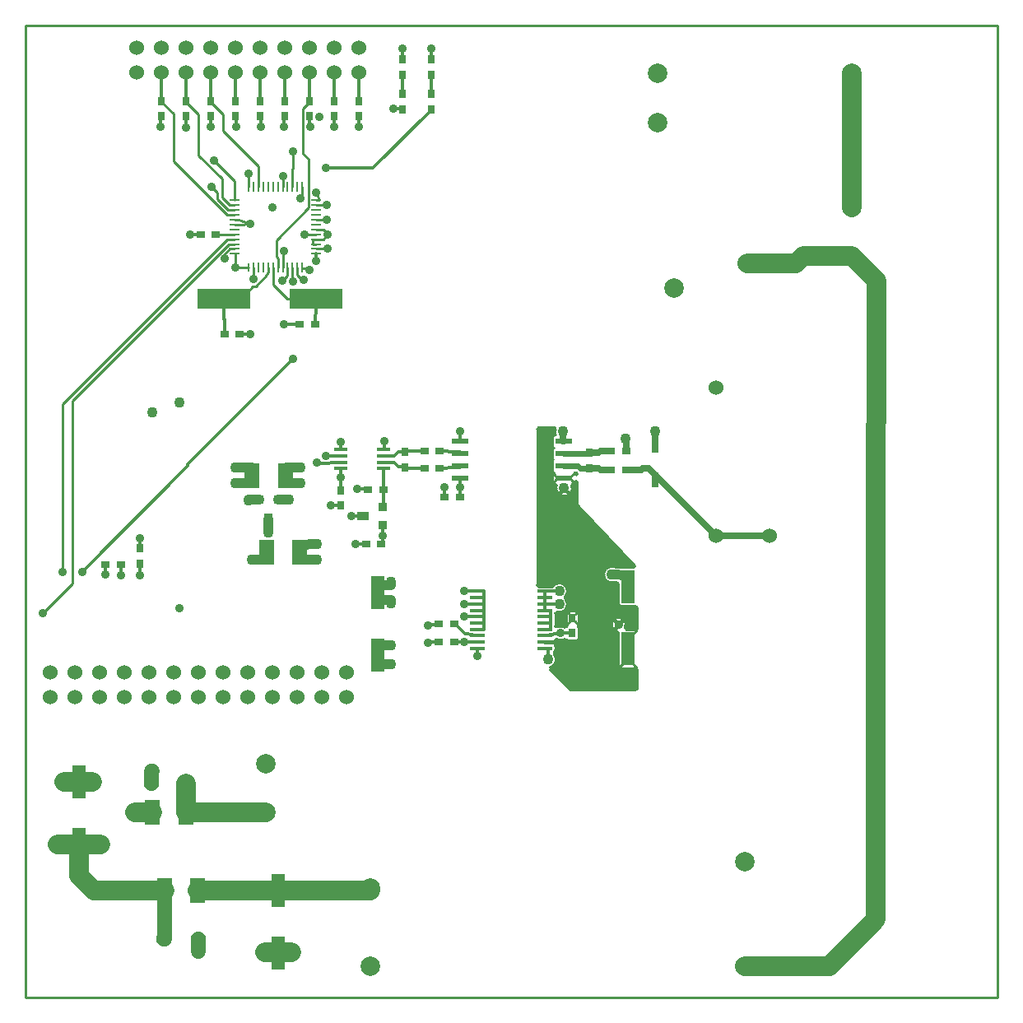
<source format=gtl>
*
*
G04 PADS 9.5 Build Number: 522968 generated Gerber (RS-274-X) file*
G04 PC Version=2.1*
*
%IN "opqbox2.pcb"*%
*
%MOIN*%
*
%FSLAX35Y35*%
*
*
*
*
G04 PC Standard Apertures*
*
*
G04 Thermal Relief Aperture macro.*
%AMTER*
1,1,$1,0,0*
1,0,$1-$2,0,0*
21,0,$3,$4,0,0,45*
21,0,$3,$4,0,0,135*
%
*
*
G04 Annular Aperture macro.*
%AMANN*
1,1,$1,0,0*
1,0,$2,0,0*
%
*
*
G04 Odd Aperture macro.*
%AMODD*
1,1,$1,0,0*
1,0,$1-0.005,0,0*
%
*
*
G04 PC Custom Aperture Macros*
*
*
*
*
*
*
G04 PC Aperture Table*
*
%ADD010C,0.001*%
%ADD013C,0.01*%
%ADD028C,0.06*%
%ADD033C,0.03937*%
%ADD041C,0.02362*%
%ADD047C,0.012*%
%ADD050C,0.04331*%
%ADD073R,0.038X0.03*%
%ADD081R,0.036X0.036*%
%ADD082R,0.036X0.05*%
%ADD086R,0.06X0.1*%
%ADD103C,0.015*%
%ADD105C,0.07874*%
%ADD135R,0.03X0.038*%
%ADD137R,0.063X0.0275*%
%ADD139R,0.03937X0.00984*%
%ADD140R,0.00984X0.03937*%
%ADD141R,0.05X0.036*%
%ADD142R,0.0275X0.063*%
%ADD143R,0.05709X0.01772*%
%ADD146R,0.06299X0.01772*%
%ADD147R,0.07087X0.02362*%
%ADD148R,0.05512X0.13386*%
%ADD150C,0.05906*%
%ADD151C,0.03543*%
%ADD172R,0.21654X0.07874*%
%ADD173O,0.00984X0.03937*%
%ADD174C,0.00984*%
%ADD175C,0.01772*%
%ADD176C,0.02756*%
*
*
*
*
G04 PC Circuitry*
G04 Layer Name opqbox2.pcb - circuitry*
%LPD*%
*
*
G04 PC Custom Flashes*
G04 Layer Name opqbox2.pcb - flashes*
%LPD*%
*
*
G04 PC Circuitry*
G04 Layer Name opqbox2.pcb - circuitry*
%LPD*%
*
G54D10*
G54D13*
G01X347531Y249389D02*
Y258091D01*
G75*
G03X346913Y258577I-500J-0D01*
G01X346654Y258546D02*
G03X346913Y258577I-0J1100D01*
G01X346654Y258546D02*
X341142D01*
X340042Y259646D02*
G03X341142Y258546I1100J-0D01*
G01X340042Y259646D02*
Y267615D01*
G03X339559Y268115I-500J0*
G01X338497Y268152*
G03X338336Y268131I-18J-500*
G01X338550Y274317D02*
G03X338336Y268131I-1148J-3057D01*
G01X338550Y274317D02*
G03X338708Y274285I175J468D01*
G01X343155Y274132*
G03X343172I17J500*
G01X346263*
G03X346627Y274974I-0J500*
G01X323417Y299605*
Y308794*
G03X322430Y308906I-500J-0*
G01X321559Y308072D02*
G03X322430Y308906I-201J1082D01*
G01X321559Y308072D02*
G03X321181Y307410I92J-491D01*
G01X315031Y307387D02*
G03X321181Y307410I3079J-1088D01*
G01X315031Y307387D02*
G03X314560Y308054I-471J167D01*
G01X314272*
X313172Y309154D02*
G03X314272Y308054I1100J-0D01*
G01X313172Y309154D02*
Y311516D01*
X313649Y312422D02*
G03X313172Y311516I623J-906D01*
G01X313649Y312422D02*
G03Y313247I-283J413D01*
G01X313172Y314154D02*
G03X313649Y313247I1100J-0D01*
G01X313172Y314154D02*
Y316516D01*
X313649Y317422D02*
G03X313172Y316516I623J-906D01*
G01X313649Y317422D02*
G03Y318247I-283J413D01*
G01X313172Y319154D02*
G03X313649Y318247I1100J-0D01*
G01X313172Y319154D02*
Y321516D01*
X313649Y322422D02*
G03X313172Y321516I623J-906D01*
G01X313649Y322422D02*
G03Y323247I-283J413D01*
G01X313172Y324154D02*
G03X313649Y323247I1100J-0D01*
G01X313172Y324154D02*
Y326516D01*
X314150Y327609D02*
G03X313172Y326516I122J-1093D01*
G01X314150Y327609D02*
G03X314575Y328242I-56J497D01*
G01X314611Y330144D02*
G03X314575Y328242I3106J-1010D01*
G01X314611Y330144D02*
G03X314136Y330799I-475J155D01*
G01X307693*
G03X307193Y330299I-0J-500*
G01Y266954*
G03X307693Y266454I500J0*
G01X313230*
G03X313617Y266637I-0J500*
G01X318472Y262279D02*
G03X313617Y266637I-2330J2288D01*
G01X318472Y262279D02*
G03Y261579I357J-350D01*
G01X318678Y257235D02*
G03X318472Y261579I-2536J2056D01*
G01X318678Y257235D02*
G03X318567Y256938I389J-315D01*
X318274Y256818I34J-498*
G01X315139Y256184D02*
G03X318274Y256818I1003J3107D01*
G01X315139Y256184D02*
G03X314486Y255708I-153J-476D01*
G01Y255118*
Y254232*
Y253346*
Y252559*
Y251673*
Y250787*
Y250340*
G03X315251Y249916I500J0*
G01X318358Y249874D02*
G03X315251Y249916I-1586J-2394D01*
G01X318358Y249874D02*
G03X319047Y250010I276J417D01*
G01X319229Y250216D02*
G03X319047Y250010I728J-825D01*
G01X319229Y250216D02*
G03Y250966I-331J375D01*
G01X318857Y251791D02*
G03X319229Y250966I1100J-0D01*
G01X318857Y251791D02*
Y255591D01*
X319024Y256174D02*
G03X318857Y255591I933J-583D01*
G01X319024Y256174D02*
G03X319100Y256421I-423J266D01*
X319345Y256505I-33J499*
G01X319957Y256691D02*
G03X319345Y256505I-0J-1100D01*
G01X319957Y256691D02*
X322957D01*
X324057Y255591D02*
G03X322957Y256691I-1100J-0D01*
G01X324057Y255591D02*
Y251791D01*
X323684Y250966D02*
G03X324057Y251791I-727J825D01*
G01X323684Y250966D02*
G03Y250216I331J-375D01*
G01X324057Y249391D02*
G03X323684Y250216I-1100J-0D01*
G01X324057Y249391D02*
Y245591D01*
X322957Y244491D02*
G03X324057Y245591I-0J1100D01*
G01X322957Y244491D02*
X319957D01*
X319054Y244962D02*
G03X319957Y244491I903J629D01*
G01X319054Y244962D02*
G03X318366Y245092I-410J-286D01*
G01X315251Y245045D02*
G03X318366Y245092I1521J2435D01*
G01X315251Y245045D02*
G03X314486Y244620I-265J-425D01*
G01Y243110*
X314452Y242840D02*
G03X314486Y243110I-1066J270D01*
G01X314452Y242840D02*
G03Y242594I485J-123D01*
G01X314486Y242323D02*
G03X314452Y242594I-1100J-0D01*
G01X314486Y242323D02*
Y240551D01*
X314094Y239709D02*
G03X314486Y240551I-708J842D01*
G01X314094Y239709D02*
G03X314044Y238993I322J-382D01*
G01X312554Y233684D02*
G03X314044Y238993I-940J3127D01*
G01X312554Y233684D02*
G03X312344Y232851I144J-479D01*
G01X320533Y224662*
G03X320887Y224516I354J354*
G01X347031*
G03X347531Y225016I0J500*
G01Y232894*
G03X346913Y233380I-500J0*
G01X346654Y233349D02*
G03X346913Y233380I-0J1100D01*
G01X346654Y233349D02*
X341142D01*
X340042Y234449D02*
G03X341142Y233349I1100J-0D01*
G01X340042Y234449D02*
Y247716D01*
G03X339639Y248207I-500J0*
G01X342730Y249670D02*
G03X339639Y248207I-2533J1354D01*
G01X342730Y249670D02*
G03X343171Y248935I441J-235D01*
G01X346654*
X346913Y248904D02*
G03X346654Y248935I-259J-1069D01*
G01X346913Y248904D02*
G03X347531Y249389I118J485D01*
G01X323417Y311875D02*
Y312175D01*
G03X323213Y312579I-500J0*
G01X323073Y312690D02*
G03X323213Y312579I1487J1730D01*
G01X323073Y312690D02*
G03X322313Y312062I-326J-379D01*
G01X322430Y311763D02*
G03X322313Y312062I-1072J-247D01*
G01X322430Y311763D02*
G03X323417Y311875I487J112D01*
G01X319054Y257814D02*
X347531D01*
X318444Y256914D02*
X347531D01*
X323972Y256014D02*
X347531D01*
X324057Y255114D02*
X347531D01*
X324057Y254214D02*
X347531D01*
X341929Y253314D02*
X347531D01*
X342709Y252414D02*
X347531D01*
X343026Y251514D02*
X347531D01*
X343039Y250614D02*
X347531D01*
X342753Y249714D02*
X347531D01*
X312581Y232614D02*
X347531D01*
X313481Y231714D02*
X347531D01*
X314381Y230814D02*
X347531D01*
X315281Y229914D02*
X347531D01*
X316181Y229014D02*
X347531D01*
X317081Y228114D02*
X347531D01*
X317981Y227214D02*
X347531D01*
X318881Y226314D02*
X347531D01*
X319781Y225414D02*
X347531D01*
X307193Y274914D02*
X346675D01*
X307193Y275814D02*
X345835D01*
X307193Y276714D02*
X344987D01*
X307193Y277614D02*
X344139D01*
X307193Y278514D02*
X343291D01*
X307193Y279414D02*
X342443D01*
X307193Y280314D02*
X341595D01*
X307193Y281214D02*
X340747D01*
X312305Y233514D02*
X340561D01*
X319356Y258714D02*
X340556D01*
X313832Y234414D02*
X340042D01*
X319391Y259614D02*
X340042D01*
X318511Y266814D02*
X340042D01*
X319116Y265914D02*
X340042D01*
X319376Y265014D02*
X340042D01*
X319376Y264114D02*
X340042D01*
X319114Y263214D02*
X340042D01*
X318506Y262314D02*
X340042D01*
X318623Y261414D02*
X340042D01*
X319169Y260514D02*
X340042D01*
X324057Y247014D02*
X340042D01*
X324057Y246114D02*
X340042D01*
X323990Y245214D02*
X340042D01*
X314486Y244314D02*
X340042D01*
X314486Y243414D02*
X340042D01*
X314469Y242514D02*
X340042D01*
X314486Y241614D02*
X340042D01*
X314486Y240714D02*
X340042D01*
X314203Y239814D02*
X340042D01*
X314112Y238914D02*
X340042D01*
X314650Y238014D02*
X340042D01*
X314865Y237114D02*
X340042D01*
X314825Y236214D02*
X340042D01*
X314516Y235314D02*
X340042D01*
X317011Y267714D02*
X340032D01*
X324057Y247914D02*
X340001D01*
X307193Y282114D02*
X339899D01*
X307193Y283014D02*
X339050D01*
X324057Y253314D02*
X338465D01*
X324057Y248814D02*
X338362D01*
X307193Y283914D02*
X338202D01*
X324057Y252414D02*
X337684D01*
X324008Y249714D02*
X337641D01*
X324021Y251514D02*
X337367D01*
X323516Y250614D02*
X337354D01*
X307193Y284814D02*
X337354D01*
X307193Y285714D02*
X336506D01*
X307193Y286614D02*
X335658D01*
X307193Y274014D02*
X335648D01*
X307193Y268614D02*
X335487D01*
X307193Y287514D02*
X334810D01*
X307193Y273114D02*
X334714D01*
X307193Y269514D02*
X334642D01*
X307193Y272214D02*
X334279D01*
X307193Y270414D02*
X334248D01*
X307193Y271314D02*
X334137D01*
X307193Y288414D02*
X333962D01*
X307193Y289314D02*
X333114D01*
X307193Y290214D02*
X332266D01*
X307193Y291114D02*
X331418D01*
X307193Y292014D02*
X330570D01*
X307193Y292914D02*
X329722D01*
X307193Y293814D02*
X328874D01*
X307193Y294714D02*
X328025D01*
X307193Y295614D02*
X327177D01*
X307193Y296514D02*
X326329D01*
X307193Y297414D02*
X325481D01*
X307193Y298314D02*
X324633D01*
X307193Y299214D02*
X323785D01*
X321931Y308214D02*
X323417D01*
X321214Y307314D02*
X323417D01*
X321374Y306414D02*
X323417D01*
X321280Y305514D02*
X323417D01*
X320907Y304614D02*
X323417D01*
X320106Y303714D02*
X323417D01*
X307193Y302814D02*
X323417D01*
X307193Y301914D02*
X323417D01*
X307193Y301014D02*
X323417D01*
X307193Y300114D02*
X323417D01*
X322534Y309114D02*
X323301D01*
X314486Y250614D02*
X319398D01*
X314591Y256014D02*
X318942D01*
X314486Y251514D02*
X318892D01*
X314486Y255114D02*
X318857D01*
X314486Y254214D02*
X318857D01*
X314486Y253314D02*
X318857D01*
X314486Y252414D02*
X318857D01*
X307193Y303714D02*
X316115D01*
X307193Y304614D02*
X315313D01*
X307193Y267714D02*
X315272D01*
X307193Y307314D02*
X315007D01*
X307193Y305514D02*
X314941D01*
X307193Y306414D02*
X314847D01*
X307193Y328014D02*
X314586D01*
X307193Y329814D02*
X314523D01*
X307193Y328914D02*
X314459D01*
X307414Y330714D02*
X314415D01*
X307193Y312714D02*
X313851D01*
X307193Y322614D02*
X313815D01*
X307193Y318114D02*
X313780D01*
X307213Y266814D02*
X313773D01*
X307193Y308214D02*
X313699D01*
X307193Y317214D02*
X313422D01*
X307193Y323514D02*
X313376D01*
X307193Y327114D02*
X313349D01*
X307193Y313614D02*
X313313D01*
X307193Y311814D02*
X313213D01*
X307193Y321714D02*
X313190D01*
X307193Y319014D02*
X313180D01*
X307193Y309114D02*
X313172D01*
X307193Y326214D02*
X313172D01*
X307193Y325314D02*
X313172D01*
X307193Y324414D02*
X313172D01*
X307193Y320814D02*
X313172D01*
X307193Y319914D02*
X313172D01*
X307193Y316314D02*
X313172D01*
X307193Y315414D02*
X313172D01*
X307193Y314514D02*
X313172D01*
X307193Y310914D02*
X313172D01*
X307193Y310014D02*
X313172D01*
X322248Y312274D02*
X323407D01*
X313494Y308376D02*
X314618Y309499D01*
X313494Y312294D02*
X314618Y311170D01*
X322136Y308376D02*
X321012Y309499D01*
X322136Y312294D02*
X321012Y311170D01*
X319179Y256368D02*
X320396Y255151D01*
X323735Y256368D02*
X322517Y255151D01*
X323735Y251013D02*
X322517Y252230D01*
X319179Y251013D02*
X320396Y252230D01*
X347431Y248612D02*
X345846Y247027D01*
X347431Y233671D02*
X345846Y235256D01*
X340364Y233671D02*
X341949Y235256D01*
X100000Y100000D02*
Y493701D01*
X493701*
Y100000*
X100000*
G54D28*
X229921Y231614D03*
Y221614D03*
X219921Y231614D03*
Y221614D03*
X209921Y231614D03*
Y221614D03*
X199921Y231614D03*
Y221614D03*
X189921Y231614D03*
Y221614D03*
X179921Y231614D03*
Y221614D03*
X169921Y231614D03*
Y221614D03*
X159921Y231614D03*
Y221614D03*
X149921Y231614D03*
Y221614D03*
X139921Y231614D03*
Y221614D03*
X129921Y231614D03*
Y221614D03*
X119921Y231614D03*
Y221614D03*
X109921Y231614D03*
Y221614D03*
X145000Y474606D03*
Y484606D03*
X155000Y474606D03*
Y484606D03*
X165000Y474606D03*
Y484606D03*
X175000Y474606D03*
Y484606D03*
X185000Y474606D03*
Y484606D03*
X195000Y474606D03*
Y484606D03*
X205000Y474606D03*
Y484606D03*
X215000Y474606D03*
Y484606D03*
X225000Y474606D03*
Y484606D03*
X235000Y474606D03*
Y484606D03*
X401181Y287008D03*
X444341Y328687D03*
X379528Y347047D03*
Y287047D03*
G54D33*
X198425Y288189D02*
Y293538D01*
X191732Y277165D02*
X197581Y277309D01*
Y280315*
X211081D02*
Y277304D01*
X218110Y277165*
X211081Y280315D02*
Y283326D01*
X218110Y283465*
X242717Y263976D02*
Y260938D01*
X248110*
Y259488*
X242717Y263976D02*
Y266908D01*
X248071*
Y268307*
X242717Y238780D02*
Y234843D01*
X248071*
X242717Y238780D02*
Y242598D01*
X248071*
X337402Y271260D02*
X343898Y271036D01*
Y266339*
X205512Y314567D02*
X211417D01*
X205118Y308268D02*
X211417D01*
X185039D02*
X191732D01*
X185039Y314567D02*
X191675Y314510D01*
X190157Y301181D02*
Y301538D01*
X194675*
X202175D02*
X206693D01*
Y301575*
G54D41*
X317815Y320335D02*
X328346D01*
Y320620*
X317815Y315335D02*
X323645D01*
X324560Y314420*
X328346*
G54D47*
X122835Y272441D02*
X165551Y315157D01*
Y315945*
X208268Y358661*
X132323Y271220D02*
Y275197D01*
X132333*
X138533D02*
X138583D01*
Y270866*
X146457D02*
Y275640D01*
X146417Y285945D02*
Y281840D01*
X146457*
X244488Y287008D02*
Y291132D01*
X244648*
X262992Y250787D02*
Y251050D01*
X267372*
Y251181*
X277559Y244094D02*
Y243996D01*
X283071*
Y238346D02*
Y241437D01*
X233465Y283465D02*
X237845D01*
X231890Y294882D02*
X236648D01*
X277559Y254331D02*
Y254232D01*
X283071*
X277559Y259449D02*
Y259350D01*
X283071*
X277559Y264567D02*
Y264469D01*
X283071*
X262992Y243701D02*
Y243963D01*
X267372*
Y244094*
X223622Y299213D02*
X227559D01*
Y299262*
X283071Y249114D02*
X285620D01*
Y251673*
X283071*
X285620*
Y254232*
X283071*
X285620*
Y256791*
X283071*
X285620*
Y259350*
X283071*
X285620*
Y261909*
X283071*
X285620*
Y264469*
X283071*
X273572Y244094D02*
X277559D01*
X273572Y251181D02*
X273972D01*
X277998Y247155*
X278701*
X282176Y246555*
X283071*
X244648Y298632D02*
X244832D01*
Y305709*
X244045Y283465D02*
X244488D01*
Y287008*
X316772Y247480D02*
X321457D01*
Y247491*
X310236Y264469D02*
X316142D01*
Y264567*
X310236Y261909D02*
Y264469D01*
Y259350D02*
X316142D01*
Y259291*
X310236Y259350D02*
Y261909D01*
X312786Y256791D02*
X310236D01*
Y259350*
X312786Y254232D02*
X310236D01*
X312786*
Y256791*
Y251673D02*
X310236D01*
X312786*
Y254232*
X310236Y249114D02*
X312786D01*
Y251673*
X310236Y246555D02*
X311004D01*
X316772Y247480*
X310236Y241437D02*
X311614D01*
Y236811*
X205118Y308268D02*
Y311417D01*
X205175*
X218110Y316693D02*
Y316260D01*
X223072*
X223505Y316693*
X227559*
X204764Y372677D02*
X211073D01*
Y372638*
X205175Y311417D02*
X205512D01*
Y314567*
X205175Y311417D02*
Y314567D01*
X211417*
X191675Y314510D02*
Y311417D01*
X191732*
Y308268*
X186761Y368701D02*
X191063D01*
Y368740*
X217273Y372638D02*
Y376414D01*
X217717Y376857*
Y383071*
X227559Y310630D02*
Y314134D01*
X221772Y319252D02*
X227559D01*
X234252Y305906D02*
X238632D01*
Y305709*
X269685Y306693D02*
Y302756D01*
X269735*
X227559Y321811D02*
Y325079D01*
X245079Y321811D02*
X245276D01*
Y325197*
X245079Y319252D02*
X249134D01*
X250817Y320935*
X253543*
X245079Y316693D02*
X249133D01*
X250843Y314983*
X253543*
Y314735*
X244832Y305709D02*
Y310105D01*
X245079Y310352*
Y314134*
X253543Y314735D02*
Y314291D01*
X261467*
X253543Y320935D02*
Y321181D01*
X261467*
X267667Y314291D02*
Y314378D01*
X270767*
X271143Y314754*
X275886*
Y315335*
X267667Y321181D02*
X270877D01*
X271143Y320916*
X275886*
Y320335*
Y310335D02*
X275984D01*
Y306693*
X275886Y325335D02*
X275984D01*
Y329134*
X227559Y305462D02*
Y310630D01*
X275935Y302756D02*
X275984D01*
Y306693*
X215000Y456900D02*
X214961D01*
Y452756*
X215315Y452598*
X211417Y423701D02*
X211654D01*
Y423740*
X212008*
X154724Y452756D02*
Y456900D01*
X155000*
X164961Y452362D02*
Y456900D01*
X165000*
X174803Y452756D02*
Y456900D01*
X175000*
X204724Y452756D02*
Y456900D01*
X205000*
X166535Y409055D02*
X170916D01*
X195000Y456900D02*
X195276D01*
Y452756*
X185000Y456900D02*
X185144D01*
Y452756*
X185433*
X217618Y401181D02*
X217638D01*
Y398307*
X180315Y383071D02*
Y374791D01*
X180561Y374544*
Y368701*
X221654Y435827D02*
X240705D01*
X264173Y459295*
Y459695*
X224803Y452756D02*
Y456900D01*
X225000*
X248819Y459843D02*
X252756D01*
Y459695*
X235000Y456900D02*
X235039D01*
Y452756*
X165000Y463100D02*
Y474606D01*
X175000Y463100D02*
Y474606D01*
X195000Y463100D02*
Y474606D01*
X205000Y463100D02*
Y474606D01*
X215000Y463100D02*
Y474606D01*
X185000Y463100D02*
Y474606D01*
X155000Y463100D02*
Y474606D01*
X252756Y465895D02*
Y473672D01*
Y479872D02*
Y484252D01*
X264173Y465895D02*
Y473672D01*
Y479872D02*
Y484252D01*
X235000Y463100D02*
Y474606D01*
X225000Y463100D02*
Y474606D01*
G54D50*
X207717Y118150D03*
X196969Y118228D03*
X169882Y118701D03*
X127008Y187323D03*
X115787Y187362D03*
X151181Y191535D03*
X144291Y174803D03*
X198425Y288189D03*
X191732Y277165D03*
X218110D03*
Y283465D03*
X248071Y242598D03*
Y234843D03*
X248110Y259488D03*
X248071Y268307D03*
X316142Y259291D03*
X311614Y236811D03*
X316142Y264567D03*
X337402Y271260D03*
X162323Y341024D03*
X185039Y308268D03*
Y314567D03*
X190157Y301181D03*
X151457Y336929D03*
X211417Y314567D03*
Y308268D03*
X206693Y301575D03*
X318110Y306299D03*
X317717Y329134D03*
X343110Y326378D03*
X354921Y329331D03*
G54D73*
X343257Y313583D03*
X337057D03*
X211073Y372638D03*
X217273D03*
X186761Y368701D03*
X180561D03*
X237845Y283465D03*
X244045D03*
X269735Y302756D03*
X275935D03*
X273572Y251181D03*
X267372D03*
X273572Y244094D03*
X267372D03*
X170916Y409055D03*
X177116D03*
X132333Y275197D03*
X138533D03*
X343257Y321457D03*
X337057D03*
X267667Y321181D03*
X261467D03*
X267667Y314291D03*
X261467D03*
X238632Y305709D03*
X244832D03*
G54D81*
X202175Y301538D03*
X194675D03*
X244648Y291132D03*
Y298632D03*
G54D82*
X198425Y293538D03*
G54D86*
X191675Y311417D03*
X205175D03*
X197581Y280315D03*
X211081D03*
X169742Y143307D03*
X156242D03*
X151321Y174803D03*
X164821D03*
G54D103*
X342227Y253054D02*
X341450Y252276D01*
X338166Y253054D02*
X338944Y252276D01*
X338166Y248993D02*
X338944Y249771D01*
X315801Y303990D02*
X316579Y304768D01*
X320419Y303990D02*
X319641Y304768D01*
G54D105*
X434646Y454331D03*
Y474331D03*
X362795Y387402D03*
X392323Y397244D03*
X355906Y454331D03*
Y474331D03*
X434646Y419882D03*
Y400197D03*
X391339Y112795D03*
Y155118D03*
X239764Y144291D03*
Y112795D03*
X197441Y174803D03*
Y194488D03*
X196969Y118228D02*
X202362D01*
Y118110*
Y118150*
X207717*
X391339Y112795D02*
X425509D01*
X444210Y131496*
Y321152*
X444341Y328687*
X113031Y161969D02*
X121654D01*
Y162008*
X115787Y187362D02*
X121654D01*
Y187205*
Y187323*
X127008*
X121654Y162008D02*
Y161969D01*
X130354*
X121654Y162008D02*
Y149213D01*
X127559Y143307*
X156242*
X144291Y174803D02*
X151321D01*
X164821D02*
X165021D01*
Y186614*
X164821Y174803D02*
X197441D01*
X169742Y143307D02*
X202362D01*
X239764*
Y144291*
X444341Y328687D02*
X444473Y336223D01*
X434646Y400197D02*
X444473Y390369D01*
Y336223*
X434646Y419882D02*
Y454331D01*
X392323Y397244D02*
X412008D01*
X414961Y400197*
X434646*
Y454331D02*
Y474331D01*
G54D135*
X321457Y247491D03*
Y253691D03*
X227559Y299262D03*
Y305462D03*
X155000Y463100D03*
Y456900D03*
X225000D03*
Y463100D03*
X185000D03*
Y456900D03*
X235000D03*
Y463100D03*
X215000D03*
Y456900D03*
X205000Y463100D03*
Y456900D03*
X195000D03*
Y463100D03*
X175000D03*
Y456900D03*
X165000Y463100D03*
Y456900D03*
X146457Y275640D03*
Y281840D03*
X328346Y320620D03*
Y314420D03*
X264173Y473672D03*
Y479872D03*
Y465895D03*
Y459695D03*
X253543Y320935D03*
Y314735D03*
X252756Y473672D03*
Y479872D03*
Y465895D03*
Y459695D03*
G54D137*
X156042Y123622D03*
X169942D03*
X151121Y186614D03*
X165021D03*
G54D139*
X217618Y401181D03*
Y403150D03*
Y405118D03*
Y407087D03*
Y409055D03*
Y411024D03*
Y412992D03*
Y414961D03*
Y416929D03*
Y418898D03*
Y420866D03*
Y422835D03*
X184744D03*
Y420866D03*
Y418898D03*
Y416929D03*
Y414961D03*
Y412992D03*
Y411024D03*
Y409055D03*
Y407087D03*
Y405118D03*
Y403150D03*
Y401181D03*
G54D140*
X192323Y395571D03*
X194291D03*
X196260D03*
X198228D03*
X200197D03*
X202165D03*
X204134D03*
X206102D03*
X208071D03*
X210039D03*
X212008D03*
Y428445D03*
X210039D03*
X208071D03*
X206102D03*
X204134D03*
X202165D03*
X200197D03*
X198228D03*
X196260D03*
X194291D03*
X192323D03*
X190354D03*
G54D141*
X236648Y294882D03*
G54D142*
X354921Y309704D03*
Y323604D03*
G54D143*
X245079Y314134D03*
Y316693D03*
Y319252D03*
Y321811D03*
X227559D03*
Y319252D03*
Y316693D03*
Y314134D03*
G54D146*
X283071Y264469D03*
Y261909D03*
Y259350D03*
Y256791D03*
Y254232D03*
Y251673D03*
Y249114D03*
Y246555D03*
Y243996D03*
Y241437D03*
X310236D03*
Y243996D03*
Y246555D03*
Y249114D03*
Y251673D03*
Y254232D03*
Y256791D03*
Y259350D03*
Y261909D03*
Y264469D03*
G54D147*
X317815Y310335D03*
Y315335D03*
Y320335D03*
Y325335D03*
X275886D03*
Y320335D03*
Y315335D03*
Y310335D03*
G54D148*
X121654Y162008D03*
Y187205D03*
X343898Y241142D03*
Y266339D03*
X242717Y238780D03*
Y263976D03*
X202362Y143307D03*
Y118110D03*
G54D150*
X169882Y118701D02*
X169942D01*
Y123622*
X156042D02*
X156203D01*
Y143307*
X156242*
X151121Y186614D02*
Y191535D01*
X151181*
G54D151*
X130354Y161969D03*
X113031D03*
X138583Y270866D03*
X114961Y272441D03*
X106890Y255512D03*
X122835Y272441D03*
X132323Y271220D03*
X146457Y270866D03*
X146417Y285945D03*
X162205Y257638D03*
X244488Y287008D03*
X262992Y250787D03*
X277559Y244094D03*
X283071Y238346D03*
X233465Y283465D03*
X231890Y294882D03*
X277559Y254331D03*
Y259449D03*
Y264567D03*
X262992Y243701D03*
X223622Y299213D03*
X340197Y251024D03*
X316772Y247480D03*
X218110Y316693D03*
X208268Y358661D03*
X204764Y372677D03*
X191063Y368740D03*
X275984Y306693D03*
X227559Y310630D03*
Y325079D03*
X221772Y319252D03*
X234252Y305906D03*
X245276Y325197D03*
X275984Y329134D03*
X269685Y306693D03*
X175197Y428346D03*
X176378Y438976D03*
X203976Y390197D03*
X217638Y426063D03*
X184803Y395591D03*
X213031Y408976D03*
X211417Y423701D03*
X154724Y452756D03*
X164961Y452362D03*
X174803Y452756D03*
X185433D03*
X204724D03*
X218937Y456772D03*
X192323Y391063D03*
X190315Y433661D03*
X215079Y394764D03*
X212598Y390551D03*
X208150Y390039D03*
X208268Y442520D03*
X200000Y419843D03*
X217638Y398307D03*
X180669Y399173D03*
X204213Y432795D03*
X191063Y413425D03*
X204606Y402165D03*
X195276Y452756D03*
X215315Y452598D03*
X166535Y409055D03*
X221654Y435827D03*
X222441Y403150D03*
X222402Y408858D03*
X222087Y415000D03*
Y420906D03*
X224803Y452756D03*
X235039D03*
X248819Y459843D03*
X264173Y484252D03*
X252756D03*
G54D172*
X217717Y383071D03*
X180315D03*
G54D173*
X190354Y395571D03*
G54D174*
X114961Y272441D02*
Y340364D01*
X181683Y407087*
X184744*
X106890Y255512D02*
X118898Y267520D01*
Y341580*
X182436Y405118*
X184744*
X212008Y423740D02*
Y428445D01*
X201467Y403327D02*
Y406762D01*
X214528Y419823*
Y425308*
X201467Y403327D02*
Y400108D01*
X202165Y399409*
Y395571*
X212283Y453773D02*
Y441779D01*
X214528Y439535*
Y425308*
X212283Y453773D02*
Y459983D01*
X215000Y462700*
Y463100*
X217618Y407087D02*
X216142D01*
Y405118*
X217618*
X175197Y428346D02*
X177728Y425816D01*
Y423148*
X181978Y418898*
X184744*
X176378Y438976D02*
X184744Y430610D01*
Y422835*
X203976Y390197D02*
X206102Y392323D01*
Y395571*
X217638Y426063D02*
X219094Y422835D01*
X184803Y395591D02*
X190354D01*
Y395571*
X213031Y408976D02*
X216142Y409055D01*
X217618*
X192323Y391063D02*
Y395571D01*
X190315Y433661D02*
X190354Y429921D01*
Y428445*
X208150Y390039D02*
X208189Y390354D01*
X208268Y390551*
Y389843*
X180669Y399173D02*
Y401111D01*
X182707Y403150*
X184744*
Y401181D02*
X184803D01*
Y395591*
X184744Y412992D02*
X186220D01*
X191063Y413425*
X184744Y414961D02*
X186220D01*
X191063Y413425*
X204134Y428445D02*
Y429921D01*
X204213Y432795*
X208071Y428445D02*
Y435482D01*
X208268Y435679*
Y442520*
X217618Y422835D02*
X219094D01*
X217618Y420866D02*
X219094D01*
X222087Y420906*
X217618Y414961D02*
X219094D01*
X222087Y415000*
X217618Y411024D02*
X220679D01*
X222402Y409301*
Y408858*
X217618Y407087D02*
X220679D01*
X222402Y408809*
Y408858*
X217618Y403150D02*
X222441D01*
X212008Y395571D02*
Y395197D01*
X212087Y395276*
X214961*
X215079Y394764*
X210039Y395571D02*
Y392510D01*
X212298Y390251*
X212598Y390551*
X208071Y395571D02*
Y390039D01*
X208268Y389843*
X204134Y395571D02*
Y402165D01*
X204606*
X200197Y395571D02*
Y388672D01*
X205798Y383071*
X217717*
X180315D02*
X187205D01*
X192126Y387992*
X193302*
X197790Y392480*
X198228Y394094*
Y395571*
X177116Y409055D02*
X184744D01*
X165000Y463100D02*
Y462700D01*
X170079Y457621*
Y440945*
X179528Y431496*
Y423893*
X182555Y420866*
X184744*
X175000Y463100D02*
Y462700D01*
X180039Y457661*
Y451043*
X194291Y436791*
Y428445*
X155000Y463100D02*
Y462700D01*
X159843Y457857*
Y438770*
X181683Y416929*
X184744*
G54D175*
X310236Y243996D02*
X315059D01*
X315079Y244016*
G54D176*
X379528Y287047D02*
X390315D01*
X390362Y287095*
X396204*
X401181Y287008*
X317717Y329134D02*
Y325335D01*
X317815*
X343110Y326378D02*
X343257D01*
Y321457*
X328346Y314420D02*
X332083D01*
X332920Y313583*
X337057*
X328346Y320620D02*
X332076D01*
X332913Y321457*
X337057*
X354921Y323604D02*
Y329331D01*
Y309704D02*
Y311614D01*
X379528Y287008*
Y287047*
X343257Y313583D02*
X349307D01*
X349976Y314252*
X352148*
X354921Y311479*
Y309704*
G74*
X0Y0D02*
M02*

</source>
